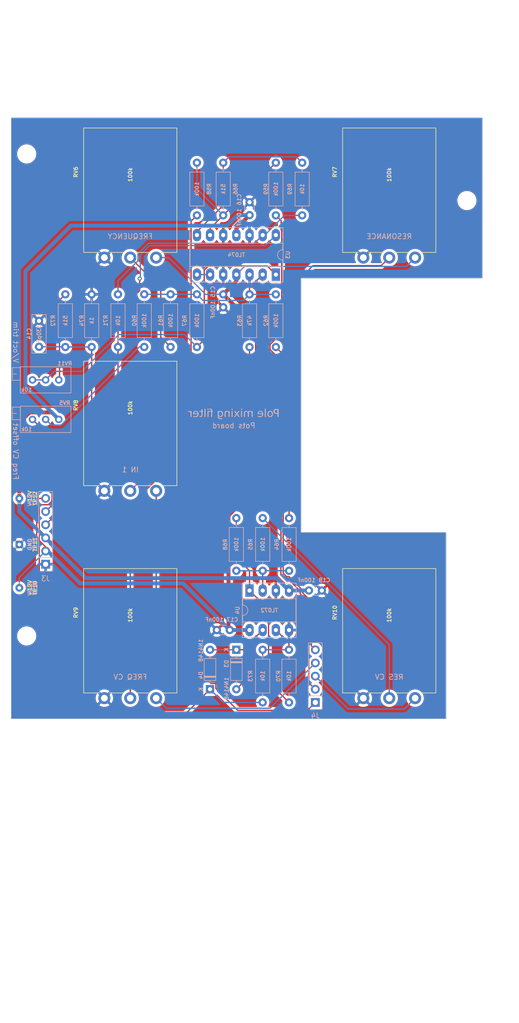
<source format=kicad_pcb>
(kicad_pcb (version 20221018) (generator pcbnew)
  (layers (0 "F.Cu" signal) (31 "B.Cu" signal) (34 "B.Paste" user) (35 "F.Paste" user) (36 "B.SilkS" user "B.Silkscreen") (37 "F.SilkS" user "F.Silkscreen") (38 "B.Mask" user) (39 "F.Mask" user) (44 "Edge.Cuts" user))
  (net 0 "")
  (net 1 "Board_0-+12V_1")
  (net 2 "Board_0--12V_1")
  (net 3 "Board_0-/Pots board/FREQUENCY")
  (net 4 "Board_0-/Pots board/FREQ_CV_IN_P")
  (net 5 "Board_0-/Pots board/FREQ_CV_P")
  (net 6 "Board_0-/Pots board/FREQ_OFFSET")
  (net 7 "Board_0-/Pots board/IN1_P")
  (net 8 "Board_0-/Pots board/IN2_P")
  (net 9 "Board_0-/Pots board/INPUT_P")
  (net 10 "Board_0-/Pots board/RESONANCE")
  (net 11 "Board_0-/Pots board/RES_CV_IN_P")
  (net 12 "Board_0-/Pots board/RES_CV_P")
  (net 13 "Board_0-/Pots board/V{slash}OCT_IN_P")
  (net 14 "Board_0-/Pots board/V{slash}oct_trim")
  (net 15 "Board_0-GND1")
  (net 16 "Board_0-Net-(D3-A)")
  (net 17 "Board_0-Net-(D3-K)")
  (net 18 "Board_0-Net-(R58-Pad1)")
  (net 19 "Board_0-Net-(R63-Pad1)")
  (net 20 "Board_0-Net-(R65-Pad1)")
  (net 21 "Board_0-Net-(R66-Pad2)")
  (net 22 "Board_0-Net-(R68-Pad2)")
  (net 23 "Board_0-Net-(R72-Pad1)")
  (net 24 "Board_0-Net-(U3A--)")
  (net 25 "Board_0-Net-(U3B--)")
  (net 26 "Board_0-Net-(U3C--)")
  (net 27 "Board_0-Net-(U3D--)")
  (net 28 "Board_0-Net-(U4A--)")
  (footprint "AO_tht:MountingHole_3.2mm_M3" (layer "F.Cu") (at 182.2 36)
    (fp_text reference "H6" hide)
    (fp_text value "MountingHole")
    (pad "" np_thru_hole circle (at 0 0) (size 3.2 3.2) (drill 3.2) (layers "*.Cu" "*.Mask"))
  )
  (footprint "AO_tht:Board_Marker" (layer "F.Cu") (at 144.7 20)
    (fp_text reference "B2")
    (fp_text value "Board")
  )
  (footprint "AO_tht:TestPoint_THTPad_D1.5mm_Drill0.7mm" (layer "F.Cu") (at 95.78 110.72 -90)
    (fp_text reference "TP10" (at 0 -3.048 90 unlocked) (layer "F.SilkS") (effects (font (size 0.75 0.75))))
    (fp_text value "+12V")
    (fp_text user "${VALUE}" (at 0 -2.032 90 unlocked) (layer "B.SilkS") (effects (font (size 0.75 0.75)) (justify mirror)))
    (fp_text user "${REFERENCE}" (at 0 -3.048 90 unlocked) (layer "B.SilkS") (effects (font (size 0.75 0.75)) (justify mirror)))
    (fp_text user "${VALUE}" (at 0 -2.032 90 unlocked) (layer "F.SilkS") (effects (font (size 0.75 0.75))))
    (pad "1" thru_hole circle (at 0 0 270) (size 1.5 1.5) (drill 0.7) (layers "*.Cu" "*.Mask") (net 1 "Board_0-+12V_1"))
  )
  (footprint "AO_tht:Potentiometer_Alpha_16mm_Single_Vertical" (layer "F.Cu") (at 167.2 116 90)
    (fp_text reference "RV10" (at 0.5 -10.5 90 unlocked) (layer "F.SilkS") (effects (font (size 0.75 0.75))))
    (fp_text value "100k")
    (fp_text user "${VALUE}" (at 0 0 90 unlocked) (layer "F.SilkS") (effects (font (size 0.75 0.75))))
    (pad "1" thru_hole circle (at -16 -5 90) (size 2.34 2.34) (drill 1.3) (layers "*.Cu" "*.Mask") (net 15 "Board_0-GND1"))
    (pad "2" thru_hole circle (at -16 0 90) (size 2.34 2.34) (drill 1.3) (layers "*.Cu" "*.Mask") (net 20 "Board_0-Net-(R65-Pad1)"))
    (pad "3" thru_hole circle (at -16 5 90) (size 2.34 2.34) (drill 1.3) (layers "*.Cu" "*.Mask") (net 11 "Board_0-/Pots board/RES_CV_IN_P"))
  )
  (footprint "AO_tht:MountingHole_3.2mm_M3" (layer "F.Cu") (at 97.2 27)
    (fp_text reference "H4" hide)
    (fp_text value "MountingHole")
    (pad "" np_thru_hole circle (at 0 0) (size 3.2 3.2) (drill 3.2) (layers "*.Cu" "*.Mask"))
  )
  (footprint "pmf:pmf_panel_holes" (layer "F.Cu") (at 142.2 96)
    (fp_text reference "GRAF2" hide)
    (fp_text value "Holes" hide)
  )
  (footprint "AO_tht:Potentiometer_Alpha_16mm_Single_Vertical" (layer "F.Cu") (at 117.2 76 90)
    (fp_text reference "RV8" (at 0.5 -10.5 90 unlocked) (layer "F.SilkS") (effects (font (size 0.75 0.75))))
    (fp_text value "100k")
    (fp_text user "${VALUE}" (at 0 0 90 unlocked) (layer "F.SilkS") (effects (font (size 0.75 0.75))))
    (pad "1" thru_hole circle (at -16 -5 90) (size 2.34 2.34) (drill 1.3) (layers "*.Cu" "*.Mask") (net 15 "Board_0-GND1"))
    (pad "2" thru_hole circle (at -16 0 90) (size 2.34 2.34) (drill 1.3) (layers "*.Cu" "*.Mask") (net 18 "Board_0-Net-(R58-Pad1)"))
    (pad "3" thru_hole circle (at -16 5 90) (size 2.34 2.34) (drill 1.3) (layers "*.Cu" "*.Mask") (net 7 "Board_0-/Pots board/IN1_P"))
  )
  (footprint "AO_tht:TestPoint_THTPad_D1.5mm_Drill0.7mm" (layer "F.Cu") (at 95.78 102.35 -90)
    (fp_text reference "TP11" (at 0 -3.048 90 unlocked) (layer "F.SilkS") (effects (font (size 0.75 0.75))))
    (fp_text value "GND")
    (fp_text user "${VALUE}" (at 0 -2.032 90 unlocked) (layer "B.SilkS") (effects (font (size 0.75 0.75)) (justify mirror)))
    (fp_text user "${REFERENCE}" (at 0 -3.048 90 unlocked) (layer "B.SilkS") (effects (font (size 0.75 0.75)) (justify mirror)))
    (fp_text user "${VALUE}" (at 0 -2.032 90 unlocked) (layer "F.SilkS") (effects (font (size 0.75 0.75))))
    (pad "1" thru_hole circle (at 0 0 270) (size 1.5 1.5) (drill 0.7) (layers "*.Cu" "*.Mask") (net 15 "Board_0-GND1"))
  )
  (footprint "AO_tht:Potentiometer_Alpha_16mm_Single_Vertical" (layer "F.Cu") (at 167.2 31 90)
    (fp_text reference "RV7" (at 0.5 -10.5 90 unlocked) (layer "F.SilkS") (effects (font (size 0.75 0.75))))
    (fp_text value "100k")
    (fp_text user "${VALUE}" (at 0 0 90 unlocked) (layer "F.SilkS") (effects (font (size 0.75 0.75))))
    (pad "1" thru_hole circle (at -16 -5 90) (size 2.34 2.34) (drill 1.3) (layers "*.Cu" "*.Mask") (net 15 "Board_0-GND1"))
    (pad "2" thru_hole circle (at -16 0 90) (size 2.34 2.34) (drill 1.3) (layers "*.Cu" "*.Mask") (net 10 "Board_0-/Pots board/RESONANCE"))
    (pad "3" thru_hole circle (at -16 5 90) (size 2.34 2.34) (drill 1.3) (layers "*.Cu" "*.Mask") (net 1 "Board_0-+12V_1"))
  )
  (footprint "AO_tht:Potentiometer_Alpha_16mm_Single_Vertical" (layer "F.Cu") (at 117.2 31 90)
    (fp_text reference "RV6" (at 0.5 -10.5 90 unlocked) (layer "F.SilkS") (effects (font (size 0.75 0.75))))
    (fp_text value "100k")
    (fp_text user "${VALUE}" (at 0 0 90 unlocked) (layer "F.SilkS") (effects (font (size 0.75 0.75))))
    (pad "1" thru_hole circle (at -16 -5 90) (size 2.34 2.34) (drill 1.3) (layers "*.Cu" "*.Mask") (net 15 "Board_0-GND1"))
    (pad "2" thru_hole circle (at -16 0 90) (size 2.34 2.34) (drill 1.3) (layers "*.Cu" "*.Mask") (net 3 "Board_0-/Pots board/FREQUENCY"))
    (pad "3" thru_hole circle (at -16 5 90) (size 2.34 2.34) (drill 1.3) (layers "*.Cu" "*.Mask") (net 1 "Board_0-+12V_1"))
  )
  (footprint "AO_tht:TestPoint_THTPad_D1.5mm_Drill0.7mm" (layer "F.Cu") (at 95.78 93.46 -90)
    (fp_text reference "TP12" (at 0 -3.048 90 unlocked) (layer "F.SilkS") (effects (font (size 0.75 0.75))))
    (fp_text value "-12V")
    (fp_text user "${REFERENCE}" (at 0 -3.048 90 unlocked) (layer "B.SilkS") (effects (font (size 0.75 0.75)) (justify mirror)))
    (fp_text user "${VALUE}" (at 0 -2.032 90 unlocked) (layer "B.SilkS") (effects (font (size 0.75 0.75)) (justify mirror)))
    (fp_text user "${VALUE}" (at 0 -2.032 90 unlocked) (layer "F.SilkS") (effects (font (size 0.75 0.75))))
    (pad "1" thru_hole circle (at 0 0 270) (size 1.5 1.5) (drill 0.7) (layers "*.Cu" "*.Mask") (net 2 "Board_0--12V_1"))
  )
  (footprint "AO_tht:MountingHole_3.2mm_M3" (layer "F.Cu") (at 97.2 120)
    (fp_text reference "H5" hide)
    (fp_text value "MountingHole")
    (pad "" np_thru_hole circle (at 0 0) (size 3.2 3.2) (drill 3.2) (layers "*.Cu" "*.Mask"))
  )
  (footprint "AO_tht:Potentiometer_Alpha_16mm_Single_Vertical" (layer "F.Cu") (at 117.2 116 90)
    (fp_text reference "RV9" (at 0.5 -10.5 90 unlocked) (layer "F.SilkS") (effects (font (size 0.75 0.75))))
    (fp_text value "100k")
    (fp_text user "${VALUE}" (at 0 0 90 unlocked) (layer "F.SilkS") (effects (font (size 0.75 0.75))))
    (pad "1" thru_hole circle (at -16 -5 90) (size 2.34 2.34) (drill 1.3) (layers "*.Cu" "*.Mask") (net 15 "Board_0-GND1"))
    (pad "2" thru_hole circle (at -16 0 90) (size 2.34 2.34) (drill 1.3) (layers "*.Cu" "*.Mask") (net 19 "Board_0-Net-(R63-Pad1)"))
    (pad "3" thru_hole circle (at -16 5 90) (size 2.34 2.34) (drill 1.3) (layers "*.Cu" "*.Mask") (net 4 "Board_0-/Pots board/FREQ_CV_IN_P"))
  )
  (footprint "AO_tht:R_Axial_DIN0207_L6.3mm_D2.5mm_P10.16mm_Horizontal" (layer "B.Cu") (at 114.83 54.09 -90)
    (fp_text reference "R71" (at 5.08 2.37 90 unlocked) (layer "B.SilkS") (effects (font (size 0.75 0.75)) (justify mirror)))
    (fp_text value "10k")
    (fp_text user "${VALUE}" (at 5.08 0 90 unlocked) (layer "B.SilkS") (effects (font (size 0.75 0.75)) (justify mirror)))
    (pad "1" thru_hole circle (at 0 0 270) (size 1.6 1.6) (drill 0.8) (layers "*.Cu" "*.Mask") (net 27 "Board_0-Net-(U3D--)"))
    (pad "2" thru_hole oval (at 10.16 0 270) (size 1.6 1.6) (drill 0.8) (layers "*.Cu" "*.Mask") (net 9 "Board_0-/Pots board/INPUT_P"))
  )
  (footprint "AO_tht:R_Axial_DIN0207_L6.3mm_D2.5mm_P10.16mm_Horizontal" (layer "B.Cu") (at 142.77 97.26 -90)
    (fp_text reference "R65" (at 5.08 2.37 90 unlocked) (layer "B.SilkS") (effects (font (size 0.75 0.75)) (justify mirror)))
    (fp_text value "100k")
    (fp_text user "${VALUE}" (at 5.08 0 90 unlocked) (layer "B.SilkS") (effects (font (size 0.75 0.75)) (justify mirror)))
    (pad "1" thru_hole circle (at 0 0 270) (size 1.6 1.6) (drill 0.8) (layers "*.Cu" "*.Mask") (net 20 "Board_0-Net-(R65-Pad1)"))
    (pad "2" thru_hole oval (at 10.16 0 270) (size 1.6 1.6) (drill 0.8) (layers "*.Cu" "*.Mask") (net 28 "Board_0-Net-(U4A--)"))
  )
  (footprint "AO_tht:R_Axial_DIN0207_L6.3mm_D2.5mm_P10.16mm_Horizontal" (layer "B.Cu") (at 109.75 64.25 90)
    (fp_text reference "R74" (at 5.08 -1.905 90 unlocked) (layer "B.SilkS") (effects (font (size 0.75 0.75)) (justify mirror)))
    (fp_text value "1k")
    (fp_text user "${VALUE}" (at 5.08 0 90 unlocked) (layer "B.SilkS") (effects (font (size 0.75 0.75)) (justify mirror)))
    (pad "1" thru_hole circle (at 0 0 90) (size 1.6 1.6) (drill 0.8) (layers "*.Cu" "*.Mask") (net 5 "Board_0-/Pots board/FREQ_CV_P"))
    (pad "2" thru_hole oval (at 10.16 0 90) (size 1.6 1.6) (drill 0.8) (layers "*.Cu" "*.Mask") (net 15 "Board_0-GND1"))
  )
  (footprint "AO_tht:R_Axial_DIN0207_L6.3mm_D2.5mm_P10.16mm_Horizontal" (layer "B.Cu") (at 135.15 38.85 90)
    (fp_text reference "R66" (at 5.08 2.37 90 unlocked) (layer "B.SilkS") (effects (font (size 0.75 0.75)) (justify mirror)))
    (fp_text value "51k")
    (fp_text user "${VALUE}" (at 5.08 0 90 unlocked) (layer "B.SilkS") (effects (font (size 0.75 0.75)) (justify mirror)))
    (pad "1" thru_hole circle (at 0 0 90) (size 1.6 1.6) (drill 0.8) (layers "*.Cu" "*.Mask") (net 26 "Board_0-Net-(U3C--)"))
    (pad "2" thru_hole oval (at 10.16 0 90) (size 1.6 1.6) (drill 0.8) (layers "*.Cu" "*.Mask") (net 21 "Board_0-Net-(R66-Pad2)"))
  )
  (footprint "AO_tht:C_Disc_D3.0mm_W1.6mm_P2.50mm" (layer "B.Cu") (at 135.15 54.09 -90)
    (fp_text reference "C15" (at -0.5 2 90 unlocked) (layer "B.SilkS") (effects (font (size 0.75 0.75)) (justify mirror)))
    (fp_text value "100nF")
    (fp_text user "${VALUE}" (at 3 2 90 unlocked) (layer "B.SilkS") (effects (font (size 0.75 0.75)) (justify mirror)))
    (pad "1" thru_hole circle (at 0 0 270) (size 1.6 1.6) (drill 0.8) (layers "*.Cu" "*.Mask") (net 1 "Board_0-+12V_1"))
    (pad "2" thru_hole circle (at 2.5 0 270) (size 1.6 1.6) (drill 0.8) (layers "*.Cu" "*.Mask") (net 15 "Board_0-GND1"))
  )
  (footprint "AO_tht:C_Disc_D3.0mm_W1.6mm_P2.50mm" (layer "B.Cu") (at 136.41 118.85 180)
    (fp_text reference "C17" (at -0.5 2 unlocked) (layer "B.SilkS") (effects (font (size 0.75 0.75)) (justify mirror)))
    (fp_text value "100nF")
    (fp_text user "${VALUE}" (at 3 2 unlocked) (layer "B.SilkS") (effects (font (size 0.75 0.75)) (justify mirror)))
    (pad "1" thru_hole circle (at 0 0 180) (size 1.6 1.6) (drill 0.8) (layers "*.Cu" "*.Mask") (net 1 "Board_0-+12V_1"))
    (pad "2" thru_hole circle (at 2.5 0 180) (size 1.6 1.6) (drill 0.8) (layers "*.Cu" "*.Mask") (net 15 "Board_0-GND1"))
  )
  (footprint "AO_tht:R_Axial_DIN0207_L6.3mm_D2.5mm_P10.16mm_Horizontal" (layer "B.Cu") (at 137.68 107.42 90)
    (fp_text reference "R68" (at 5.07 -2.149 90 unlocked) (layer "B.SilkS") (effects (font (size 0.75 0.75)) (justify mirror)))
    (fp_text value "100k")
    (fp_text user "${VALUE}" (at 5.08 0 90 unlocked) (layer "B.SilkS") (effects (font (size 0.75 0.75)) (justify mirror)))
    (pad "1" thru_hole circle (at 0 0 90) (size 1.6 1.6) (drill 0.8) (layers "*.Cu" "*.Mask") (net 28 "Board_0-Net-(U4A--)"))
    (pad "2" thru_hole oval (at 10.16 0 90) (size 1.6 1.6) (drill 0.8) (layers "*.Cu" "*.Mask") (net 22 "Board_0-Net-(R68-Pad2)"))
  )
  (footprint "AO_tht:R_Axial_DIN0207_L6.3mm_D2.5mm_P10.16mm_Horizontal" (layer "B.Cu") (at 145.31 38.85 90)
    (fp_text reference "R59" (at 5.08 -1.905 90 unlocked) (layer "B.SilkS") (effects (font (size 0.75 0.75)) (justify mirror)))
    (fp_text value "100k")
    (fp_text user "${VALUE}" (at 5.08 0 90 unlocked) (layer "B.SilkS") (effects (font (size 0.75 0.75)) (justify mirror)))
    (pad "1" thru_hole circle (at 0 0 90) (size 1.6 1.6) (drill 0.8) (layers "*.Cu" "*.Mask") (net 8 "Board_0-/Pots board/IN2_P"))
    (pad "2" thru_hole oval (at 10.16 0 90) (size 1.6 1.6) (drill 0.8) (layers "*.Cu" "*.Mask") (net 26 "Board_0-Net-(U3C--)"))
  )
  (footprint "AO_tht:D_DO-35_SOD27_P7.62mm_Horizontal" (layer "B.Cu") (at 137.68 122.66 -90)
    (fp_text reference "D3" (at 2.7 1.9 90 unlocked) (layer "B.SilkS") (effects (font (size 0.75 0.75)) (justify mirror)))
    (fp_text value "1N4148")
    (fp_text user "K" (at 0 1.905 90 unlocked) (layer "B.SilkS") (effects (font (size 0.75 0.75)) (justify mirror)))
    (fp_text user "${VALUE}" (at 7.5 1.9 90 unlocked) (layer "B.SilkS") (effects (font (size 0.75 0.75)) (justify mirror)))
    (pad "1" thru_hole rect (at 0 0 270) (size 1.6 1.6) (drill 0.8) (layers "*.Cu" "*.Mask") (net 17 "Board_0-Net-(D3-K)"))
    (pad "2" thru_hole oval (at 7.62 0 270) (size 1.6 1.6) (drill 0.8) (layers "*.Cu" "*.Mask") (net 16 "Board_0-Net-(D3-A)"))
  )
  (footprint "pmf:Potentiometer_Bourns_3296X_Horizontal" (layer "B.Cu") (at 103.4 78.22)
    (fp_text reference "RV5" (at 1.143 -3.175 unlocked) (layer "B.SilkS") (effects (font (size 0.75 0.75)) (justify mirror)))
    (fp_text value "10k")
    (fp_text user "${VALUE}" (at -6.223 1.905 unlocked) (layer "B.SilkS") (effects (font (size 0.75 0.75)) (justify mirror)))
    (pad "1" thru_hole circle (at 0 0) (size 1.44 1.44) (drill 0.8) (layers "*.Cu" "*.Mask") (net 2 "Board_0--12V_1"))
    (pad "2" thru_hole circle (at -2.54 0) (size 1.44 1.44) (drill 0.8) (layers "*.Cu" "*.Mask") (net 6 "Board_0-/Pots board/FREQ_OFFSET"))
    (pad "3" thru_hole circle (at -5.08 0) (size 1.44 1.44) (drill 0.8) (layers "*.Cu" "*.Mask") (net 1 "Board_0-+12V_1"))
  )
  (footprint "AO_tht:C_Disc_D3.0mm_W1.6mm_P2.50mm" (layer "B.Cu") (at 154.19 111.23 180)
    (fp_text reference "C18" (at -0.5 2 unlocked) (layer "B.SilkS") (effects (font (size 0.75 0.75)) (justify mirror)))
    (fp_text value "100nF")
    (fp_text user "${VALUE}" (at 3 2 unlocked) (layer "B.SilkS") (effects (font (size 0.75 0.75)) (justify mirror)))
    (pad "1" thru_hole circle (at 0 0 180) (size 1.6 1.6) (drill 0.8) (layers "*.Cu" "*.Mask") (net 15 "Board_0-GND1"))
    (pad "2" thru_hole circle (at 2.5 0 180) (size 1.6 1.6) (drill 0.8) (layers "*.Cu" "*.Mask") (net 2 "Board_0--12V_1"))
  )
  (footprint "AO_tht:R_Axial_DIN0207_L6.3mm_D2.5mm_P10.16mm_Horizontal" (layer "B.Cu") (at 104.67 54.09 -90)
    (fp_text reference "R72" (at 5.08 2.37 90 unlocked) (layer "B.SilkS") (effects (font (size 0.75 0.75)) (justify mirror)))
    (fp_text value "51k")
    (fp_text user "${VALUE}" (at 5.08 0 90 unlocked) (layer "B.SilkS") (effects (font (size 0.75 0.75)) (justify mirror)))
    (pad "1" thru_hole circle (at 0 0 270) (size 1.6 1.6) (drill 0.8) (layers "*.Cu" "*.Mask") (net 23 "Board_0-Net-(R72-Pad1)"))
    (pad "2" thru_hole oval (at 10.16 0 270) (size 1.6 1.6) (drill 0.8) (layers "*.Cu" "*.Mask") (net 5 "Board_0-/Pots board/FREQ_CV_P"))
  )
  (footprint "AO_tht:R_Axial_DIN0207_L6.3mm_D2.5mm_P10.16mm_Horizontal" (layer "B.Cu") (at 142.76 122.66 -90)
    (fp_text reference "R73" (at 5.08 2.37 90 unlocked) (layer "B.SilkS") (effects (font (size 0.75 0.75)) (justify mirror)))
    (fp_text value "10k")
    (fp_text user "${VALUE}" (at 5.08 0 90 unlocked) (layer "B.SilkS") (effects (font (size 0.75 0.75)) (justify mirror)))
    (pad "1" thru_hole circle (at 0 0 270) (size 1.6 1.6) (drill 0.8) (layers "*.Cu" "*.Mask") (net 16 "Board_0-Net-(D3-A)"))
    (pad "2" thru_hole oval (at 10.16 0 270) (size 1.6 1.6) (drill 0.8) (layers "*.Cu" "*.Mask") (net 12 "Board_0-/Pots board/RES_CV_P"))
  )
  (footprint "AO_tht:DIP-14_W7.62mm_Socket_LongPads" (layer "B.Cu") (at 145.31 50.28 90)
    (fp_text reference "U3" (at 3.81 2.33 90 unlocked) (layer "B.SilkS") (effects (font (size 0.75 0.75)) (justify mirror)))
    (fp_text value "TL074")
    (fp_text user "${VALUE}" (at 3.81 -7.62 unlocked) (layer "B.SilkS") (effects (font (size 0.75 0.75)) (justify mirror)))
    (pad "1" thru_hole rect (at 0 0 90) (size 2.4 1.6) (drill 0.8) (layers "*.Cu" "*.Mask") (net 14 "Board_0-/Pots board/V{slash}oct_trim"))
    (pad "2" thru_hole oval (at 0 -2.54 90) (size 2.4 1.6) (drill 0.8) (layers "*.Cu" "*.Mask") (net 24 "Board_0-Net-(U3A--)"))
    (pad "3" thru_hole oval (at 0 -5.08 90) (size 2.4 1.6) (drill 0.8) (layers "*.Cu" "*.Mask") (net 15 "Board_0-GND1"))
    (pad "4" thru_hole oval (at 0 -7.62 90) (size 2.4 1.6) (drill 0.8) (layers "*.Cu" "*.Mask") (net 1 "Board_0-+12V_1"))
    (pad "5" thru_hole oval (at 0 -10.16 90) (size 2.4 1.6) (drill 0.8) (layers "*.Cu" "*.Mask") (net 15 "Board_0-GND1"))
    (pad "6" thru_hole oval (at 0 -12.7 90) (size 2.4 1.6) (drill 0.8) (layers "*.Cu" "*.Mask") (net 25 "Board_0-Net-(U3B--)"))
    (pad "7" thru_hole oval (at 0 -15.24 90) (size 2.4 1.6) (drill 0.8) (layers "*.Cu" "*.Mask") (net 25 "Board_0-Net-(U3B--)"))
    (pad "8" thru_hole oval (at 7.62 -15.24 90) (size 2.4 1.6) (drill 0.8) (layers "*.Cu" "*.Mask") (net 21 "Board_0-Net-(R66-Pad2)"))
    (pad "9" thru_hole oval (at 7.62 -12.7 90) (size 2.4 1.6) (drill 0.8) (layers "*.Cu" "*.Mask") (net 26 "Board_0-Net-(U3C--)"))
    (pad "10" thru_hole oval (at 7.62 -10.16 90) (size 2.4 1.6) (drill 0.8) (layers "*.Cu" "*.Mask") (net 15 "Board_0-GND1"))
    (pad "11" thru_hole oval (at 7.62 -7.62 90) (size 2.4 1.6) (drill 0.8) (layers "*.Cu" "*.Mask") (net 2 "Board_0--12V_1"))
    (pad "12" thru_hole oval (at 7.62 -5.08 90) (size 2.4 1.6) (drill 0.8) (layers "*.Cu" "*.Mask") (net 15 "Board_0-GND1"))
    (pad "13" thru_hole oval (at 7.62 -2.54 90) (size 2.4 1.6) (drill 0.8) (layers "*.Cu" "*.Mask") (net 27 "Board_0-Net-(U3D--)"))
    (pad "14" thru_hole oval (at 7.62 0 90) (size 2.4 1.6) (drill 0.8) (layers "*.Cu" "*.Mask") (net 9 "Board_0-/Pots board/INPUT_P"))
  )
  (footprint "AO_tht:DIP-8_W7.62mm_Socket_LongPads" (layer "B.Cu") (at 140.23 111.24 -90)
    (fp_text reference "U4" (at 3.81 2.33 90 unlocked) (layer "B.SilkS") (effects (font (size 0.75 0.75)) (justify mirror)))
    (fp_text value "TL072")
    (fp_text user "${VALUE}" (at 3.81 -3.81 unlocked) (layer "B.SilkS") (effects (font (size 0.75 0.75)) (justify mirror)))
    (pad "1" thru_hole rect (at 0 0 270) (size 2.4 1.6) (drill 0.8) (layers "*.Cu" "*.Mask") (net 22 "Board_0-Net-(R68-Pad2)"))
    (pad "2" thru_hole oval (at 0 -2.54 270) (size 2.4 1.6) (drill 0.8) (layers "*.Cu" "*.Mask") (net 28 "Board_0-Net-(U4A--)"))
    (pad "3" thru_hole oval (at 0 -5.08 270) (size 2.4 1.6) (drill 0.8) (layers "*.Cu" "*.Mask") (net 15 "Board_0-GND1"))
    (pad "4" thru_hole oval (at 0 -7.62 270) (size 2.4 1.6) (drill 0.8) (layers "*.Cu" "*.Mask") (net 2 "Board_0--12V_1"))
    (pad "5" thru_hole oval (at 7.62 -7.62 270) (size 2.4 1.6) (drill 0.8) (layers "*.Cu" "*.Mask") (net 15 "Board_0-GND1"))
    (pad "6" thru_hole oval (at 7.62 -5.08 270) (size 2.4 1.6) (drill 0.8) (layers "*.Cu" "*.Mask") (net 16 "Board_0-Net-(D3-A)"))
    (pad "7" thru_hole oval (at 7.62 -2.54 270) (size 2.4 1.6) (drill 0.8) (layers "*.Cu" "*.Mask") (net 17 "Board_0-Net-(D3-K)"))
    (pad "8" thru_hole oval (at 7.62 0 270) (size 2.4 1.6) (drill 0.8) (layers "*.Cu" "*.Mask") (net 1 "Board_0-+12V_1"))
  )
  (footprint "AO_tht:R_Axial_DIN0207_L6.3mm_D2.5mm_P10.16mm_Horizontal" (layer "B.Cu") (at 130.07 38.85 90)
    (fp_text reference "R58" (at 5.08 2.37 90 unlocked) (layer "B.SilkS") (effects (font (size 0.75 0.75)) (justify mirror)))
    (fp_text value "100k")
    (fp_text user "${VALUE}" (at 5.08 0 90 unlocked) (layer "B.SilkS") (effects (font (size 0.75 0.75)) (justify mirror)))
    (pad "1" thru_hole circle (at 0 0 90) (size 1.6 1.6) (drill 0.8) (layers "*.Cu" "*.Mask") (net 18 "Board_0-Net-(R58-Pad1)"))
    (pad "2" thru_hole oval (at 10.16 0 90) (size 1.6 1.6) (drill 0.8) (layers "*.Cu" "*.Mask") (net 26 "Board_0-Net-(U3C--)"))
  )
  (footprint "Connector_PinSocket_2.54mm:PinSocket_1x05_P2.54mm_Vertical" (layer "B.Cu") (at 152.93 132.83)
    (fp_text reference "J4" (at 0 2.54 unlocked) (layer "B.SilkS") (effects (justify mirror)))
    (fp_text value "Conn_01x05_Socket")
    (pad "1" thru_hole rect (at 0 0) (size 1.7 1.7) (drill 1) (layers "*.Cu" "*.Mask") (net 7 "Board_0-/Pots board/IN1_P"))
    (pad "2" thru_hole oval (at 0 -2.54) (size 1.7 1.7) (drill 1) (layers "*.Cu" "*.Mask") (net 8 "Board_0-/Pots board/IN2_P"))
    (pad "3" thru_hole oval (at 0 -5.08) (size 1.7 1.7) (drill 1) (layers "*.Cu" "*.Mask") (net 11 "Board_0-/Pots board/RES_CV_IN_P"))
    (pad "4" thru_hole oval (at 0 -7.62) (size 1.7 1.7) (drill 1) (layers "*.Cu" "*.Mask") (net 4 "Board_0-/Pots board/FREQ_CV_IN_P"))
    (pad "5" thru_hole oval (at 0 -10.16) (size 1.7 1.7) (drill 1) (layers "*.Cu" "*.Mask") (net 13 "Board_0-/Pots board/V{slash}OCT_IN_P"))
  )
  (footprint "AO_tht:R_Axial_DIN0207_L6.3mm_D2.5mm_P10.16mm_Horizontal" (layer "B.Cu") (at 150.39 28.69 -90)
    (fp_text reference "R69" (at 5.08 2.37 90 unlocked) (layer "B.SilkS") (effects (font (size 0.75 0.75)) (justify mirror)))
    (fp_text value "10k")
    (fp_text user "${VALUE}" (at 5.08 0 90 unlocked) (layer "B.SilkS") (effects (font (size 0.75 0.75)) (justify mirror)))
    (pad "1" thru_hole circle (at 0 0 270) (size 1.6 1.6) (drill 0.8) (layers "*.Cu" "*.Mask") (net 21 "Board_0-Net-(R66-Pad2)"))
    (pad "2" thru_hole oval (at 10.16 0 270) (size 1.6 1.6) (drill 0.8) (layers "*.Cu" "*.Mask") (net 27 "Board_0-Net-(U3D--)"))
  )
  (footprint "AO_tht:R_Axial_DIN0207_L6.3mm_D2.5mm_P10.16mm_Horizontal" (layer "B.Cu") (at 145.31 64.26 90)
    (fp_text reference "R62" (at 5.09 -1.905 90 unlocked) (layer "B.SilkS") (effects (font (size 0.75 0.75)) (justify mirror)))
    (fp_text value "100k")
    (fp_text user "${VALUE}" (at 5.08 0 90 unlocked) (layer "B.SilkS") (effects (font (size 0.75 0.75)) (justify mirror)))
    (pad "1" thru_hole circle (at 0 0 90) (size 1.6 1.6) (drill 0.8) (layers "*.Cu" "*.Mask") (net 13 "Board_0-/Pots board/V{slash}OCT_IN_P"))
    (pad "2" thru_hole oval (at 10.16 0 90) (size 1.6 1.6) (drill 0.8) (layers "*.Cu" "*.Mask") (net 24 "Board_0-Net-(U3A--)"))
  )
  (footprint "AO_tht:C_Rect_L7.2mm_W2.5mm_P5.00mm_FKS2_FKP2_MKS2_MKP2" (layer "B.Cu") (at 99.59 64.21 90)
    (fp_text reference "C14" (at 2.5 -1.905 90 unlocked) (layer "B.SilkS") (effects (font (size 0.75 0.75)) (justify mirror)))
    (fp_text value "330pF")
    (fp_text user "${VALUE}" (at 2.54 0 90 unlocked) (layer "B.SilkS") (effects (font (size 0.75 0.75)) (justify mirror)))
    (pad "1" thru_hole circle (at 0 0 90) (size 1.6 1.6) (drill 0.8) (layers "*.Cu" "*.Mask") (net 5 "Board_0-/Pots board/FREQ_CV_P"))
    (pad "2" thru_hole circle (at 5 0 90) (size 1.6 1.6) (drill 0.8) (layers "*.Cu" "*.Mask") (net 15 "Board_0-GND1"))
  )
  (footprint "AO_tht:R_Axial_DIN0207_L6.3mm_D2.5mm_P10.16mm_Horizontal" (layer "B.Cu") (at 147.84 132.82 90)
    (fp_text reference "R70" (at 5.08 -2.022 90 unlocked) (layer "B.SilkS") (effects (font (size 0.75 0.75)) (justify mirror)))
    (fp_text value "10k")
    (fp_text user "${VALUE}" (at 5.08 0 90 unlocked) (layer "B.SilkS") (effects (font (size 0.75 0.75)) (justify mirror)))
    (pad "1" thru_hole circle (at 0 0 90) (size 1.6 1.6) (drill 0.8) (layers "*.Cu" "*.Mask") (net 22 "Board_0-Net-(R68-Pad2)"))
    (pad "2" thru_hole oval (at 10.16 0 90) (size 1.6 1.6) (drill 0.8) (layers "*.Cu" "*.Mask") (net 16 "Board_0-Net-(D3-A)"))
  )
  (footprint "pmf:Potentiometer_Bourns_3296X_Horizontal" (layer "B.Cu") (at 103.4 70.6)
    (fp_text reference "RV11" (at 1.143 -3.175 unlocked) (layer "B.SilkS") (effects (font (size 0.75 0.75)) (justify mirror)))
    (fp_text value "10k")
    (fp_text user "${VALUE}" (at -6.223 1.905 unlocked) (layer "B.SilkS") (effects (font (size 0.75 0.75)) (justify mirror)))
    (pad "1" thru_hole circle (at 0 0) (size 1.44 1.44) (drill 0.8) (layers "*.Cu" "*.Mask") (net 23 "Board_0-Net-(R72-Pad1)"))
    (pad "2" thru_hole circle (at -2.54 0) (size 1.44 1.44) (drill 0.8) (layers "*.Cu" "*.Mask") (net 14 "Board_0-/Pots board/V{slash}oct_trim"))
    (pad "3" thru_hole circle (at -5.08 0) (size 1.44 1.44) (drill 0.8) (layers "*.Cu" "*.Mask") (net 14 "Board_0-/Pots board/V{slash}oct_trim"))
  )
  (footprint "AO_tht:R_Axial_DIN0207_L6.3mm_D2.5mm_P10.16mm_Horizontal" (layer "B.Cu") (at 147.86 97.27 -90)
    (fp_text reference "R64" (at 5.08 2.37 90 unlocked) (layer "B.SilkS") (effects (font (size 0.75 0.75)) (justify mirror)))
    (fp_text value "100k")
    (fp_text user "${VALUE}" (at 5.08 0 90 unlocked) (layer "B.SilkS") (effects (font (size 0.75 0.75)) (justify mirror)))
    (pad "1" thru_hole circle (at 0 0 270) (size 1.6 1.6) (drill 0.8) (layers "*.Cu" "*.Mask") (net 10 "Board_0-/Pots board/RESONANCE"))
    (pad "2" thru_hole oval (at 10.16 0 270) (size 1.6 1.6) (drill 0.8) (layers "*.Cu" "*.Mask") (net 28 "Board_0-Net-(U4A--)"))
  )
  (footprint "Connector_PinSocket_2.54mm:PinSocket_1x06_P2.54mm_Vertical" (layer "B.Cu") (at 100.86 106.16)
    (fp_text reference "J3" (at 0 2.77 unlocked) (layer "B.SilkS") (effects (justify mirror)))
    (fp_text value "Conn_01x06_Socket")
    (pad "1" thru_hole rect (at 0 0) (size 1.7 1.7) (drill 1) (layers "*.Cu" "*.Mask") (net 15 "Board_0-GND1"))
    (pad "2" thru_hole oval (at 0 -2.54) (size 1.7 1.7) (drill 1) (layers "*.Cu" "*.Mask") (net 1 "Board_0-+12V_1"))
    (pad "3" thru_hole oval (at 0 -5.08) (size 1.7 1.7) (drill 1) (layers "*.Cu" "*.Mask") (net 2 "Board_0--12V_1"))
    (pad "4" thru_hole oval (at 0 -7.62) (size 1.7 1.7) (drill 1) (layers "*.Cu" "*.Mask") (net 9 "Board_0-/Pots board/INPUT_P"))
    (pad "5" thru_hole oval (at 0 -10.16) (size 1.7 1.7) (drill 1) (layers "*.Cu" "*.Mask") (net 5 "Board_0-/Pots board/FREQ_CV_P"))
    (pad "6" thru_hole oval (at 0 -12.7) (size 1.7 1.7) (drill 1) (layers "*.Cu" "*.Mask") (net 12 "Board_0-/Pots board/RES_CV_P"))
  )
  (footprint "AO_tht:R_Axial_DIN0207_L6.3mm_D2.5mm_P10.16mm_Horizontal" (layer "B.Cu") (at 119.9 64.24 90)
    (fp_text reference "R60" (at 5.09 -1.905 90 unlocked) (layer "B.SilkS") (effects (font (size 0.75 0.75)) (justify mirror)))
    (fp_text value "100k")
    (fp_text user "${VALUE}" (at 5.08 0 90 unlocked) (layer "B.SilkS") (effects (font (size 0.75 0.75)) (justify mirror)))
    (pad "1" thru_hole circle (at 0 0 90) (size 1.6 1.6) (drill 0.8) (layers "*.Cu" "*.Mask") (net 6 "Board_0-/Pots board/FREQ_OFFSET"))
    (pad "2" thru_hole oval (at 10.16 0 90) (size 1.6 1.6) (drill 0.8) (layers "*.Cu" "*.Mask") (net 24 "Board_0-Net-(U3A--)"))
  )
  (footprint "AO_tht:R_Axial_DIN0207_L6.3mm_D2.5mm_P10.16mm_Horizontal" (layer "B.Cu") (at 124.98 64.24 90)
    (fp_text reference "R61" (at 5.09 -1.905 90 unlocked) (layer "B.SilkS") (effects (font (size 0.75 0.75)) (justify mirror)))
    (fp_text value "100k")
    (fp_text user "${VALUE}" (at 5.08 0 90 unlocked) (layer "B.SilkS") (effects (font (size 0.75 0.75)) (justify mirror)))
    (pad "1" thru_hole circle (at 0 0 90) (size 1.6 1.6) (drill 0.8) (layers "*.Cu" "*.Mask") (net 3 "Board_0-/Pots board/FREQUENCY"))
    (pad "2" thru_hole oval (at 10.16 0 90) (size 1.6 1.6) (drill 0.8) (layers "*.Cu" "*.Mask") (net 24 "Board_0-Net-(U3A--)"))
  )
  (footprint "AO_tht:C_Disc_D3.0mm_W1.6mm_P2.50mm" (layer "B.Cu") (at 140.23 36.31 -90)
    (fp_text reference "C16" (at -0.5 2 90 unlocked) (layer "B.SilkS") (effects (font (size 0.75 0.75)) (justify mirror)))
    (fp_text value "100nF")
    (fp_text user "${VALUE}" (at 3 2 90 unlocked) (layer "B.SilkS") (effects (font (size 0.75 0.75)) (justify mirror)))
    (pad "1" thru_hole circle (at 0 0 270) (size 1.6 1.6) (drill 0.8) (layers "*.Cu" "*.Mask") (net 15 "Board_0-GND1"))
    (pad "2" thru_hole circle (at 2.5 0 270) (size 1.6 1.6) (drill 0.8) (layers "*.Cu" "*.Mask") (net 2 "Board_0--12V_1"))
  )
  (footprint "AO_tht:R_Axial_DIN0207_L6.3mm_D2.5mm_P10.16mm_Horizontal" (layer "B.Cu") (at 140.23 64.26 90)
    (fp_text reference "R63" (at 5.09 -1.905 90 unlocked) (layer "B.SilkS") (effects (font (size 0.75 0.75)) (justify mirror)))
    (fp_text value "47k")
    (fp_text user "${VALUE}" (at 5.08 0 90 unlocked) (layer "B.SilkS") (effects (font (size 0.75 0.75)) (justify mirror)))
    (pad "1" thru_hole circle (at 0 0 90) (size 1.6 1.6) (drill 0.8) (layers "*.Cu" "*.Mask") (net 19 "Board_0-Net-(R63-Pad1)"))
    (pad "2" thru_hole oval (at 10.16 0 90) (size 1.6 1.6) (drill 0.8) (layers "*.Cu" "*.Mask") (net 24 "Board_0-Net-(U3A--)"))
  )
  (footprint "AO_tht:D_DO-35_SOD27_P7.62mm_Horizontal" (layer "B.Cu") (at 132.6 130.28 90)
    (fp_text reference "D4" (at 2.69 -1.773 90 unlocked) (layer "B.SilkS") (effects (font (size 0.75 0.75)) (justify mirror)))
    (fp_text value "1N4148")
    (fp_text user "${VALUE}" (at 7.49 -1.773 90 unlocked) (layer "B.SilkS") (effects (font (size 0.75 0.75)) (justify mirror)))
    (fp_text user "K" (at -0.01 -1.768 90 unlocked) (layer "B.SilkS") (effects (font (size 0.75 0.75)) (justify mirror)))
    (pad "1" thru_hole rect (at 0 0 90) (size 1.6 1.6) (drill 0.8) (layers "*.Cu" "*.Mask") (net 12 "Board_0-/Pots board/RES_CV_P"))
    (pad "2" thru_hole oval (at 7.62 0 90) (size 1.6 1.6) (drill 0.8) (layers "*.Cu" "*.Mask") (net 17 "Board_0-Net-(D3-K)"))
  )
  (footprint "AO_tht:R_Axial_DIN0207_L6.3mm_D2.5mm_P10.16mm_Horizontal" (layer "B.Cu") (at 130.07 54.09 -90)
    (fp_text reference "R67" (at 5.08 2.37 90 unlocked) (layer "B.SilkS") (effects (font (size 0.75 0.75)) (justify mirror)))
    (fp_text value "100k")
    (fp_text user "${VALUE}" (at 5.08 0 90 unlocked) (layer "B.SilkS") (effects (font (size 0.75 0.75)) (justify mirror)))
    (pad "1" thru_hole circle (at 0 0 270) (size 1.6 1.6) (drill 0.8) (layers "*.Cu" "*.Mask") (net 24 "Board_0-Net-(U3A--)"))
    (pad "2" thru_hole oval (at 10.16 0 270) (size 1.6 1.6) (drill 0.8) (layers "*.Cu" "*.Mask") (net 14 "Board_0-/Pots board/V{slash}oct_trim"))
  )
  (gr_line (start 185.2 20) (end 185.2 51) (stroke (width 0.1)) (layer "Edge.Cuts"))
  (gr_line (start 150.2 100) (end 178.2 100) (stroke (width 0.1)) (layer "Edge.Cuts"))
  (gr_line (start 94.2 136) (end 94.2 20) (stroke (width 0.1)) (layer "Edge.Cuts"))
  (gr_line (start 94.2 136) (end 94.2 136) (stroke (width 0.1)) (layer "Edge.Cuts"))
  (gr_line (start 94.2 20) (end 185.2 20) (stroke (width 0.1)) (layer "Edge.Cuts"))
  (gr_line (start 150.2 51) (end 150.2 100) (stroke (width 0.1)) (layer "Edge.Cuts"))
  (gr_line (start 178.2 136) (end 94.2 136) (stroke (width 0.1)) (layer "Edge.Cuts"))
  (gr_line (start 178.2 100) (end 178.2 136) (stroke (width 0.1)) (layer "Edge.Cuts"))
  (gr_line (start 185.2 51) (end 150.2 51) (stroke (width 0.1)) (layer "Edge.Cuts"))
  (gr_text "V/oct trim" (at 94.51 67.425 -90) (layer "B.SilkS") (effects (font (size 1 1)) (justify left bottom mirror)))
  (gr_text "RES CV" (at 167.2 128.5) (layer "B.SilkS") (effects (font (size 1 1)) (justify bottom mirror)))
  (gr_text "Pots board" (at 137.2 80) (layer "B.SilkS") (effects (font (size 1 1)) (justify bottom mirror)))
  (gr_text "FREQUENCY" (at 117.2 43.5) (layer "B.SilkS") (effects (font (size 1 1)) (justify bottom mirror)))
  (gr_text "IN 1" (at 117.2 88.5) (layer "B.SilkS") (effects (font (size 1 1)) (justify bottom mirror)))
  (gr_text "RESONANCE" (at 167.2 43.5) (layer "B.SilkS") (effects (font (size 1 1)) (justify bottom mirror)))
  (gr_text "FREQ CV" (at 117.2 128.5) (layer "B.SilkS") (effects (font (size 1 1)) (justify bottom mirror)))
  (gr_text "Freq CV offset" (at 94.51 78.855 -90) (layer "B.SilkS") (effects (font (size 1 1)) (justify right bottom mirror)))
  (gr_text "Pole mixing filter\n" (at 137.2 78) (layer "B.SilkS") (effects (font (size 1.5 1.5)) (justify bottom mirror)))
  (segment (start 100.016 94.685) (end 101.367412 94.685) (width 0.25) (layer "F.Cu") (net 1))
  (segment (start 141.655 91.269745) (end 136.166 96.758745) (width 0.75) (layer "F.Cu") (net 1))
  (segment (start 135.15 54.09) (end 141.655 60.595) (width 0.75) (layer "F.Cu") (net 1))
  (segment (start 102.085 93.967412) (end 102.085 81.985) (width 0.25) (layer "F.Cu") (net 1))
  (segment (start 102.085 81.985) (end 98.32 78.22) (width 0.25) (layer "F.Cu") (net 1))
  (segment (start 137.69 51.55) (end 135.15 54.09) (width 0.75) (layer "F.Cu") (net 1))
  (segment (start 137.69 50.28) (end 137.69 51.55) (width 0.75) (layer "F.Cu") (net 1))
  (segment (start 99.635 101.587412) (end 99.635 95.066) (width 0.25) (layer "F.Cu") (net 1))
  (segment (start 101.367412 94.685) (end 102.085 93.967412) (width 0.25) (layer "F.Cu") (net 1))
  (segment (start 100.86 102.812412) (end 99.635 101.587412) (width 0.25) (layer "F.Cu") (net 1))
  (segment (start 100.86 103.62) (end 100.86 102.812412) (width 0.25) (layer "F.Cu") (net 1))
  (segment (start 99.635 95.066) (end 100.016 94.685) (width 0.25) (layer "F.Cu") (net 1))
  (segment (start 136.166 118.606) (end 136.41 118.85) (width 0.75) (layer "F.Cu") (net 1))
  (segment (start 136.166 96.758745) (end 136.166 118.606) (width 0.75) (layer "F.Cu") (net 1))
  (segment (start 141.655 60.595) (end 141.655 91.269745) (width 0.75) (layer "F.Cu") (net 1))
  (segment (start 139.265 48.705) (end 137.69 50.28) (width 0.25) (layer "B.Cu") (net 1))
  (segment (start 122.2 47) (end 124.641701 47) (width 0.25) (layer "B.Cu") (net 1))
  (segment (start 170.495 48.705) (end 139.265 48.705) (width 0.25) (layer "B.Cu") (net 1))
  (segment (start 95.78 108.7) (end 100.86 103.62) (width 0.25) (layer "B.Cu") (net 1))
  (segment (start 95.78 110.72) (end 95.78 108.7) (width 0.25) (layer "B.Cu") (net 1))
  (segment (start 107.505 109.855) (end 101.27 103.62) (width 0.75) (layer "B.Cu") (net 1))
  (segment (start 136.41 118.85) (end 127.415 109.855) (width 0.75) (layer "B.Cu") (net 1))
  (segment (start 124.641701 47) (end 131.731701 54.09) (width 0.25) (layer "B.Cu") (net 1))
  (segment (start 131.731701 54.09) (end 135.15 54.09) (width 0.25) (layer "B.Cu") (net 1))
  (segment (start 101.27 103.62) (end 100.86 103.62) (width 0.75) (layer "B.Cu") (net 1))
  (segment (start 136.42 118.86) (end 136.41 118.85) (width 0.75) (layer "B.Cu") (net 1))
  (segment (start 140.23 118.86) (end 136.42 118.86) (width 0.75) (layer "B.Cu") (net 1))
  (segment (start 127.415 109.855) (end 107.505 109.855) (width 0.75) (layer "B.Cu") (net 1))
  (segment (start 172.2 47) (end 170.495 48.705) (width 0.25) (layer "B.Cu") (net 1))
  (segment (start 102.055 76.875) (end 97.762882 76.875) (width 0.75) (layer "F.Cu") (net 2))
  (segment (start 103.4 78.22) (end 102.055 76.875) (width 0.75) (layer "F.Cu") (net 2))
  (segment (start 97.762882 76.875) (end 95.78 78.857882) (width 0.75) (layer "F.Cu") (net 2))
  (segment (start 137.69 41.35) (end 140.23 38.81) (width 0.75) (layer "F.Cu") (net 2))
  (segment (start 137.69 42.66) (end 137.69 41.35) (width 0.75) (layer "F.Cu") (net 2))
  (segment (start 95.78 78.857882) (end 95.78 93.46) (width 0.75) (layer "F.Cu") (net 2))
  (segment (start 100.86 101.08) (end 108.625 108.845) (width 0.75) (layer "B.Cu") (net 2))
  (segment (start 145.455 108.845) (end 147.85 111.24) (width 0.75) (layer "B.Cu") (net 2))
  (segment (start 105.749745 40.835) (end 96.975 49.609745) (width 0.75) (layer "B.Cu") (net 2))
  (segment (start 151.69 111.23) (end 147.86 111.23) (width 0.75) (layer "B.Cu") (net 2))
  (segment (start 100.86 101.08) (end 95.78 96) (width 0.75) (layer "B.Cu") (net 2))
  (segment (start 96.975 71.795) (end 103.4 78.22) (width 0.75) (layer "B.Cu") (net 2))
  (segment (start 108.625 108.845) (end 145.455 108.845) (width 0.75) (layer "B.Cu") (net 2))
  (segment (start 140.23 38.81) (end 137.89 38.81) (width 0.75) (layer "B.Cu") (net 2))
  (segment (start 135.865 40.835) (end 105.749745 40.835) (width 0.75) (layer "B.Cu") (net 2))
  (segment (start 96.975 49.609745) (end 96.975 71.795) (width 0.75) (layer "B.Cu") (net 2))
  (segment (start 95.78 96) (end 95.78 93.46) (width 0.75) (layer "B.Cu") (net 2))
  (segment (start 137.89 38.81) (end 135.865 40.835) (width 0.75) (layer "B.Cu") (net 2))
  (segment (start 147.86 111.23) (end 147.85 111.24) (width 0.75) (layer "B.Cu") (net 2))
  (segment (start 117.2 47) (end 123.085 52.885) (width 0.25) (layer "F.Cu") (net 3))
  (segment (start 123.085 62.345) (end 124.98 64.24) (width 0.25) (layer "F.Cu") (net 3))
  (segment (start 123.085 52.885) (end 123.085 62.345) (width 0.25) (layer "F.Cu") (net 3))
  (segment (start 152.93 125.21) (end 144.195 133.945) (width 0.25) (layer "B.Cu") (net 4))
  (segment (start 144.195 133.945) (end 124.145 133.945) (width 0.25) (layer "B.Cu") (net 4))
  (segment (start 124.145 133.945) (end 122.2 132) (width 0.25) (layer "B.Cu") (net 4))
  (segment (start 109.75 87.11) (end 100.86 96) (width 0.25) (layer "F.Cu") (net 5))
  (segment (start 109.75 64.25) (end 109.75 87.11) (width 0.25) (layer "F.Cu") (net 5))
  (segment (start 104.63 64.21) (end 104.67 64.25) (width 0.25) (layer "B.Cu") (net 5))
  (segment (start 104.67 64.25) (end 109.75 64.25) (width 0.25) (layer "B.Cu") (net 5))
  (segment (start 99.59 64.21) (end 104.63 64.21) (width 0.25) (layer "B.Cu") (net 5))
  (segment (start 101.955 79.315) (end 103.853564 79.315) (width 0.25) (layer "B.Cu") (net 6))
  (segment (start 100.86 78.22) (end 101.955 79.315) (width 0.25) (layer "B.Cu") (net 6))
  (segment (start 118.928564 64.24) (end 119.9 64.24) (width 0.25) (layer "B.Cu") (net 6))
  (segment (start 103.853564 79.315) (end 118.928564 64.24) (width 0.25) (layer "B.Cu") (net 6))
  (segment (start 137.944 134.354) (end 133.725 130.135) (width 0.25) (layer "F.Cu") (net 7))
  (segment (start 132.745 129.155) (end 122.2 118.61) (width 0.25) (layer "F.Cu") (net 7))
  (segment (start 152.93 132.83) (end 151.406 134.354) (width 0.25) (layer "F.Cu") (net 7))
  (segment (start 122.2 118.61) (end 122.2 92) (width 0.25) (layer "F.Cu") (net 7))
  (segment (start 133.725 129.155) (end 132.745 129.155) (width 0.25) (layer "F.Cu") (net 7))
  (segment (start 133.725 130.135) (end 133.725 129.155) (width 0.25) (layer "F.Cu") (net 7))
  (segment (start 151.406 134.354) (end 137.944 134.354) (width 0.25) (layer "F.Cu") (net 7))
  (segment (start 147.676202 109.004501) (end 147.207114 109.004501) (width 0.25) (layer "F.Cu") (net 8))
  (segment (start 151.66 129.02) (end 151.66 113.526) (width 0.25) (layer "F.Cu") (net 8))
  (segment (start 146.326 39.866) (end 145.31 38.85) (width 0.25) (layer "F.Cu") (net 8))
  (segment (start 144.185 64.725991) (end 144.185 63.794009) (width 0.25) (layer "F.Cu") (net 8))
  (segment (start 147.207114 109.004501) (end 146.285 108.082387) (width 0.25) (layer "F.Cu") (net 8))
  (segment (start 150.009 111.337299) (end 147.676202 109.004501) (width 0.25) (layer "F.Cu") (net 8))
  (segment (start 146.285 108.082387) (end 146.285 66.825991) (width 0.25) (layer "F.Cu") (net 8))
  (segment (start 146.435 61.544009) (end 146.435 41.79401) (width 0.25) (layer "F.Cu") (net 8))
  (segment (start 146.326 41.68501) (end 146.326 39.866) (width 0.25) (layer "F.Cu") (net 8))
  (segment (start 146.285 66.825991) (end 144.185 64.725991) (width 0.25) (layer "F.Cu") (net 8))
  (segment (start 150.009 111.875) (end 150.009 111.337299) (width 0.25) (layer "F.Cu") (net 8))
  (segment (start 144.185 63.794009) (end 146.435 61.544009) (width 0.25) (layer "F.Cu") (net 8))
  (segment (start 152.93 130.29) (end 151.66 129.02) (width 0.25) (layer "F.Cu") (net 8))
  (segment (start 151.66 113.526) (end 150.009 111.875) (width 0.25) (layer "F.Cu") (net 8))
  (segment (start 146.435 41.79401) (end 146.326 41.68501) (width 0.25) (layer "F.Cu") (net 8))
  (segment (start 119.021 53.368009) (end 119.021 51.042) (width 0.25) (layer "F.Cu") (net 9))
  (segment (start 114.83 64.25) (end 114.83 57.559009) (width 0.25) (layer "F.Cu") (net 9))
  (segment (start 114.83 57.559009) (end 119.021 53.368009) (width 0.25) (layer "F.Cu") (net 9))
  (segment (start 114.83 84.57) (end 114.83 64.25) (width 0.25) (layer "F.Cu") (net 9))
  (segment (start 100.86 98.54) (end 114.83 84.57) (width 0.25) (layer "F.Cu") (net 9))
  (via (at 119.021 51.042) (size 0.8) (drill 0.4) (layers "F.Cu" "B.Cu") (net 9))
  (segment (start 119.144501 50.918499) (end 119.021 51.042) (width 0.25) (layer "B.Cu") (net 9))
  (segment (start 119.144501 46.473499) (end 119.144501 50.918499) (width 0.25) (layer "B.Cu") (net 9))
  (segment (start 120.933499 44.684501) (end 119.144501 46.473499) (width 0.25) (layer "B.Cu") (net 9))
  (segment (start 145.31 42.66) (end 143.285499 44.684501) (width 0.25) (layer "B.Cu") (net 9))
  (segment (start 143.285499 44.684501) (end 120.933499 44.684501) (width 0.25) (layer "B.Cu") (net 9))
  (segment (start 165.655 48.545) (end 167.2 47) (width 0.25) (layer "F.Cu") (net 10))
  (segment (start 147.86 53.163223) (end 152.478223 48.545) (width 0.25) (layer "F.Cu") (net 10))
  (segment (start 147.86 97.27) (end 147.86 53.163223) (width 0.25) (layer "F.Cu") (net 10))
  (segment (start 152.478223 48.545) (end 165.655 48.545) (width 0.25) (layer "F.Cu") (net 10))
  (segment (start 159.28 134.1) (end 170.1 134.1) (width 0.25) (layer "B.Cu") (net 11))
  (segment (start 152.93 127.75) (end 159.28 134.1) (width 0.25) (layer "B.Cu") (net 11))
  (segment (start 170.1 134.1) (end 172.2 132) (width 0.25) (layer "B.Cu") (net 11))
  (segment (start 127.764 135.116) (end 109.496 135.116) (width 0.25) (layer "F.Cu") (net 12))
  (segment (start 132.6 130.28) (end 127.764 135.116) (width 0.25) (layer "F.Cu") (net 12))
  (segment (start 99.135499 93.98242) (end 99.657919 93.46) (width 0.25) (layer "F.Cu") (net 12))
  (segment (start 109.496 135.116) (end 99.635 125.255) (width 0.25) (layer "F.Cu") (net 12))
  (segment (start 99.635 102.293814) (end 99.135499 101.794313) (width 0.25) (layer "F.Cu") (net 12))
  (segment (start 99.635 125.255) (end 99.635 102.293814) (width 0.25) (layer "F.Cu") (net 12))
  (segment (start 99.657919 93.46) (end 100.86 93.46) (width 0.25) (layer "F.Cu") (net 12))
  (segment (start 99.135499 101.794313) (end 99.135499 93.98242) (width 0.25) (layer "F.Cu") (net 12))
  (segment (start 135.14 132.82) (end 132.6 130.28) (width 0.25) (layer "B.Cu") (net 12))
  (segment (start 142.76 132.82) (end 135.14 132.82) (width 0.25) (layer "B.Cu") (net 12))
  (segment (start 147.394009 108.555) (end 146.735 107.895991) (width 0.25) (layer "F.Cu") (net 13))
  (segment (start 146.735 107.895991) (end 146.735 65.685) (width 0.25) (layer "F.Cu") (net 13))
  (segment (start 150.515 111.207609) (end 147.862391 108.555) (width 0.25) (layer "F.Cu") (net 13))
  (segment (start 147.862391 108.555) (end 147.394009 108.555) (width 0.25) (layer "F.Cu") (net 13))
  (segment (start 146.735 65.685) (end 145.31 64.26) (width 0.25) (layer "F.Cu") (net 13))
  (segment (start 150.515 111.716701) (end 150.515 111.207609) (width 0.25) (layer "F.Cu") (net 13))
  (segment (start 152.168 113.369701) (end 150.515 111.716701) (width 0.25) (layer "F.Cu") (net 13))
  (segment (start 152.168 121.908) (end 152.168 113.369701) (width 0.25) (layer "F.Cu") (net 13))
  (segment (start 152.93 122.67) (end 152.168 121.908) (width 0.25) (layer "F.Cu") (net 13))
  (segment (start 130.07 64.25) (end 131.485 62.835) (width 0.25) (layer "F.Cu") (net 14))
  (segment (start 131.485 49.41401) (end 132.27001 48.629) (width 0.25) (layer "F.Cu") (net 14))
  (segment (start 143.659 48.629) (end 145.31 50.28) (width 0.25) (layer "F.Cu") (net 14))
  (segment (start 132.27001 48.629) (end 143.659 48.629) (width 0.25) (layer "F.Cu") (net 14))
  (segment (start 131.485 62.835) (end 131.485 49.41401) (width 0.25) (layer "F.Cu") (net 14))
  (segment (start 107.861 68.949) (end 114.973 61.837) (width 0.25) (layer "B.Cu") (net 14))
  (segment (start 102.511 68.949) (end 107.861 68.949) (width 0.25) (layer "B.Cu") (net 14))
  (segment (start 127.657 61.837) (end 130.07 64.25) (width 0.25) (layer "B.Cu") (net 14))
  (segment (start 100.86 70.6) (end 102.511 68.949) (width 0.25) (layer "B.Cu") (net 14))
  (segment (start 114.973 61.837) (end 127.657 61.837) (width 0.25) (layer "B.Cu") (net 14))
  (segment (start 98.32 70.6) (end 100.86 70.6) (width 0.25) (layer "B.Cu") (net 14))
  (segment (start 142.76 122.66) (end 142.76 125.2) (width 0.25) (layer "F.Cu") (net 16))
  (segment (start 145.31 118.86) (end 147.84 121.39) (width 0.25) (layer "F.Cu") (net 16))
  (segment (start 142.76 125.2) (end 137.68 130.28) (width 0.25) (layer "F.Cu") (net 16))
  (segment (start 147.84 121.39) (end 147.84 122.66) (width 0.25) (layer "F.Cu") (net 16))
  (segment (start 147.84 122.66) (end 142.76 122.66) (width 0.25) (layer "B.Cu") (net 16))
  (segment (start 142.77 118.86) (end 138.97 122.66) (width 0.25) (layer "F.Cu") (net 17))
  (segment (start 138.97 122.66) (end 137.68 122.66) (width 0.25) (layer "F.Cu") (net 17))
  (segment (start 137.68 122.66) (end 132.6 122.66) (width 0.25) (layer "B.Cu") (net 17))
  (segment (start 117.2 92) (end 128.945 80.255) (width 0.25) (layer "F.Cu") (net 18))
  (segment (start 128.945 80.255) (end 128.945 39.975) (width 0.25) (layer "F.Cu") (net 18))
  (segment (start 128.945 39.975) (end 130.07 38.85) (width 0.25) (layer "F.Cu") (net 18))
  (segment (start 117.2 94.88575) (end 140.23 71.85575) (width 0.25) (layer "F.Cu") (net 19))
  (segment (start 117.2 132) (end 117.2 94.88575) (width 0.25) (layer "F.Cu") (net 19))
  (segment (start 140.23 71.85575) (end 140.23 64.26) (width 0.25) (layer "F.Cu") (net 19))
  (segment (start 167.2 121.69) (end 167.2 132) (width 0.25) (layer "B.Cu") (net 20))
  (segment (start 142.77 97.26) (end 167.2 121.69) (width 0.25) (layer "B.Cu") (net 20))
  (segment (start 130.07 42.66) (end 130.07 42.01) (width 0.25) (layer "F.Cu") (net 21))
  (segment (start 135.15 36.93) (end 135.15 28.69) (width 0.25) (layer "F.Cu") (net 21))
  (segment (start 130.07 42.01) (end 135.15 36.93) (width 0.25) (layer "F.Cu") (net 21))
  (segment (start 136.275 27.565) (end 149.265 27.565) (width 0.25) (layer "B.Cu") (net 21))
  (segment (start 149.265 27.565) (end 150.39 28.69) (width 0.25) (layer "B.Cu") (net 21))
  (segment (start 135.15 28.69) (end 136.275 27.565) (width 0.25) (layer "B.Cu") (net 21))
  (segment (start 137.68 97.26) (end 137.68 104.88) (width 0.25) (layer "F.Cu") (net 22))
  (segment (start 147.84 132.82) (end 143.895 128.875) (width 0.25) (layer "F.Cu") (net 22))
  (segment (start 137.68 104.88) (end 140.23 107.43) (width 0.25) (layer "F.Cu") (net 22))
  (segment (start 140.23 107.43) (end 140.23 111.24) (width 0.25) (layer "F.Cu") (net 22))
  (segment (start 143.895 114.905) (end 140.23 111.24) (width 0.25) (layer "F.Cu") (net 22))
  (segment (start 143.895 128.875) (end 143.895 114.905) (width 0.25) (layer "F.Cu") (net 22))
  (segment (start 103.545 55.215) (end 103.545 70.455) (width 0.25) (layer "F.Cu") (net 23))
  (segment (start 104.67 54.09) (end 103.545 55.215) (width 0.25) (layer "F.Cu") (net 23))
  (segment (start 103.545 70.455) (end 103.4 70.6) (width 0.25) (layer "F.Cu") (net 23))
  (segment (start 140.23 54.1) (end 140.23 52.82) (width 0.25) (layer "F.Cu") (net 24))
  (segment (start 140.23 52.82) (end 142.77 50.28) (width 0.25) (layer "F.Cu") (net 24))
  (segment (start 140.23 54.1) (end 145.31 54.1) (width 0.25) (layer "B.Cu") (net 24))
  (segment (start 139.065 55.265) (end 140.23 54.1) (width 0.25) (layer "B.Cu") (net 24))
  (segment (start 130.07 54.09) (end 131.245 55.265) (width 0.25) (layer "B.Cu") (net 24))
  (segment (start 124.98 54.08) (end 130.06 54.08) (width 0.25) (layer "B.Cu") (net 24))
  (segment (start 119.9 54.08) (end 124.98 54.08) (width 0.25) (layer "B.Cu") (net 24))
  (segment (start 131.245 55.265) (end 139.065 55.265) (width 0.25) (layer "B.Cu") (net 24))
  (segment (start 130.06 54.08) (end 130.07 54.09) (width 0.25) (layer "B.Cu") (net 24))
  (segment (start 130.07 50.28) (end 132.61 50.28) (width 0.25) (layer "B.Cu") (net 25))
  (segment (start 135.15 38.85) (end 145.31 28.69) (width 0.25) (layer "F.Cu") (net 26))
  (segment (start 132.61 41.39) (end 135.15 38.85) (width 0.25) (layer "F.Cu") (net 26))
  (segment (start 132.61 42.66) (end 132.61 41.39) (width 0.25) (layer "F.Cu") (net 26))
  (segment (start 130.07 33.77) (end 135.15 38.85) (width 0.25) (layer "B.Cu") (net 26))
  (segment (start 130.07 28.69) (end 130.07 33.77) (width 0.25) (layer "B.Cu") (net 26))
  (segment (start 143.17 42.66) (end 146.98 38.85) (width 0.25) (layer "B.Cu") (net 27))
  (segment (start 141.195 44.235) (end 142.77 42.66) (width 0.25) (layer "B.Cu") (net 27))
  (segment (start 120.74731 44.235) (end 141.195 44.235) (width 0.25) (layer "B.Cu") (net 27))
  (segment (start 114.83 51.48425) (end 118.695 47.61925) (width 0.25) (layer "B.Cu") (net 27))
  (segment (start 118.695 46.28731) (end 120.74731 44.235) (width 0.25) (layer "B.Cu") (net 27))
  (segment (start 114.83 54.09) (end 114.83 51.48425) (width 0.25) (layer "B.Cu") (net 27))
  (segment (start 118.695 47.61925) (end 118.695 46.28731) (width 0.25) (layer "B.Cu") (net 27))
  (segment (start 142.77 42.66) (end 143.17 42.66) (width 0.25) (layer "B.Cu") (net 27))
  (segment (start 146.98 38.85) (end 150.39 38.85) (width 0.25) (layer "B.Cu") (net 27))
  (segment (start 142.77 107.43) (end 142.77 111.24) (width 0.25) (layer "F.Cu") (net 28))
  (segment (start 137.69 107.43) (end 137.68 107.42) (width 0.25) (layer "B.Cu") (net 28))
  (segment (start 142.77 107.43) (end 137.69 107.43) (width 0.25) (layer "B.Cu") (net 28))
  (segment (start 147.84 107.42) (end 142.78 107.42) (width 0.25) (layer "B.Cu") (net 28))
  (segment (start 142.78 107.42) (end 142.77 107.43) (width 0.25) (layer "B.Cu") (net 28))
  (zone (net 15) (net_name "Board_0-GND1") (layers "F&B.Cu") (priority 1) (connect_pads (clearance 0.508)) (min_thickness 0.254) (fill yes (thermal_gap 0.508) (thermal_bridge_width 0.508) (island_removal_mode 2) (island_area_min 10))
    (polygon (pts (xy 94.2 20) (xy 185.2 20) (xy 185.2 51) (xy 150.2 51) (xy 150.2 100) (xy 178.2 100) (xy 178.2 136) (xy 142.2 136) (xy 94.2 136)))
  )
)
</source>
